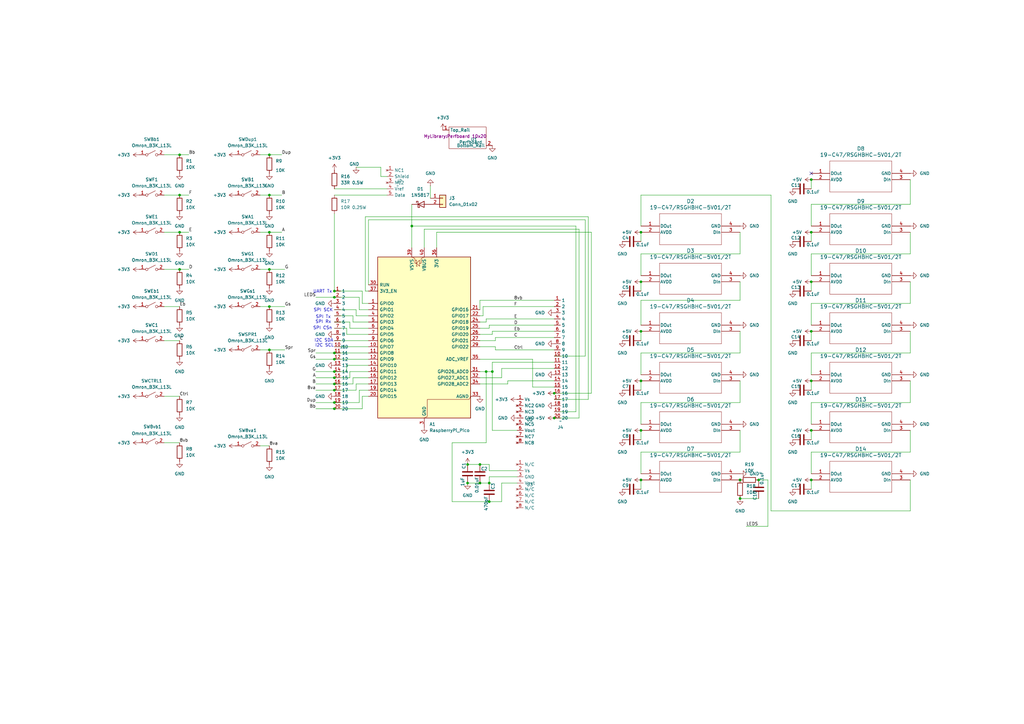
<source format=kicad_sch>
(kicad_sch (version 20250114) (generator "eeschema") (generator_version "9.0")
  (paper "A3")
  (text "I2C SCL" (at 133.096 141.732 0) (effects (font (size 1.27 1.27))))
  (text "SPI SCK\n" (at 132.588 127.254 0) (effects (font (size 1.27 1.27))))
  (text "SPI Rx" (at 132.588 132.08 0) (effects (font (size 1.27 1.27))))
  (text "UART Tx\n" (at 132.334 119.634 0) (effects (font (size 1.27 1.27))))
  (text "SPI Tx" (at 132.588 130.048 0) (effects (font (size 1.27 1.27))))
  (text "SPI CSn" (at 132.334 134.62 0) (effects (font (size 1.27 1.27))))
  (text "I2C SDA\n" (at 132.842 139.7 0) (effects (font (size 1.27 1.27))))
  (junction (at 110.49 80.01))
  (junction (at 168.91 92.71))
  (junction (at 201.93 152.4))
  (junction (at 262.89 156.21))
  (junction (at 137.16 144.78))
  (junction (at 191.77 190.5))
  (junction (at 137.16 160.02))
  (junction (at 137.16 119.38))
  (junction (at 262.89 135.89))
  (junction (at 227.33 171.45))
  (junction (at 196.85 190.5))
  (junction (at 262.89 95.25))
  (junction (at 137.16 167.64))
  (junction (at 137.16 152.4))
  (junction (at 332.74 115.57))
  (junction (at 196.85 198.12))
  (junction (at 311.15 196.85))
  (junction (at 262.89 176.53))
  (junction (at 137.16 165.1))
  (junction (at 199.39 152.4))
  (junction (at 200.66 198.12))
  (junction (at 110.49 95.25))
  (junction (at 332.74 95.25))
  (junction (at 303.53 204.47))
  (junction (at 137.16 154.94))
  (junction (at 332.74 156.21))
  (junction (at 73.66 110.49))
  (junction (at 262.89 115.57))
  (junction (at 262.89 196.85))
  (junction (at 73.66 95.25))
  (junction (at 137.16 121.92))
  (junction (at 110.49 63.5))
  (junction (at 332.74 73.66))
  (junction (at 110.49 143.51))
  (junction (at 110.49 110.49))
  (junction (at 332.74 196.85))
  (junction (at 191.77 198.12))
  (junction (at 303.53 196.85))
  (junction (at 227.33 161.29))
  (junction (at 137.16 157.48))
  (junction (at 137.16 147.32))
  (junction (at 332.74 176.53))
  (junction (at 73.66 80.01))
  (junction (at 110.49 125.73))
  (junction (at 332.74 135.89))
  (junction (at 73.66 63.5))
  (junction (at 200.66 205.74))
  (no_connect (at 332.74 71.12))
  (bus_entry (at -33.02 -17.78) (size 2.54 2.54))
  (wire (pts (xy 110.49 80.01) (xy 106.68 80.01)))
  (wire (pts (xy 332.74 173.99) (xy 332.74 165.1)))
  (wire (pts (xy 137.16 167.64) (xy 148.59 167.64)))
  (wire (pts (xy 142.24 134.62) (xy 137.16 134.62)))
  (wire (pts (xy 137.16 87.63) (xy 137.16 119.38)))
  (wire (pts (xy 196.85 134.62) (xy 200.66 134.62)))
  (wire (pts (xy 262.89 144.78) (xy 303.53 144.78)))
  (wire (pts (xy 106.68 143.51) (xy 110.49 143.51)))
  (wire (pts (xy 241.3 88.9) (xy 241.3 163.83)))
  (wire (pts (xy 156.21 68.58) (xy 156.21 72.39)))
  (wire (pts (xy 373.38 124.46) (xy 373.38 115.57)))
  (wire (pts (xy 373.38 209.55) (xy 373.38 196.85)))
  (wire (pts (xy 137.16 147.32) (xy 151.13 147.32)))
  (wire (pts (xy 106.68 110.49) (xy 110.49 110.49)))
  (wire (pts (xy 143.51 132.08) (xy 137.16 132.08)))
  (wire (pts (xy 151.13 154.94) (xy 144.78 154.94)))
  (wire (pts (xy 316.23 80.01) (xy 316.23 209.55)))
  (wire (pts (xy 199.39 181.61) (xy 185.42 181.61)))
  (wire (pts (xy 129.54 157.48) (xy 137.16 157.48)))
  (wire (pts (xy 242.57 161.29) (xy 227.33 161.29)))
  (wire (pts (xy 147.32 121.92) (xy 137.16 121.92)))
  (wire (pts (xy 137.16 144.78) (xy 151.13 144.78)))
  (wire (pts (xy 168.91 92.71) (xy 236.22 92.71)))
  (wire (pts (xy 146.05 129.54) (xy 146.05 127)))
  (wire (pts (xy 196.85 198.12) (xy 200.66 198.12)))
  (wire (pts (xy 110.49 110.49) (xy 116.84 110.49)))
  (wire (pts (xy 191.77 198.12) (xy 196.85 198.12)))
  (wire (pts (xy 151.13 134.62) (xy 143.51 134.62)))
  (wire (pts (xy 242.57 95.25) (xy 242.57 161.29)))
  (wire (pts (xy 129.54 154.94) (xy 137.16 154.94)))
  (wire (pts (xy 303.53 204.47) (xy 311.15 204.47)))
  (wire (pts (xy 303.53 185.42) (xy 303.53 176.53)))
  (wire (pts (xy 205.74 154.94) (xy 205.74 151.13)))
  (wire (pts (xy 73.66 110.49) (xy 77.47 110.49)))
  (wire (pts (xy 332.74 133.35) (xy 332.74 124.46)))
  (wire (pts (xy 332.74 144.78) (xy 373.38 144.78)))
  (wire (pts (xy 115.57 80.01) (xy 110.49 80.01)))
  (wire (pts (xy 129.54 144.78) (xy 137.16 144.78)))
  (wire (pts (xy 196.85 127) (xy 196.85 123.19)))
  (wire (pts (xy 137.16 154.94) (xy 143.51 154.94)))
  (wire (pts (xy 137.16 142.24) (xy 151.13 142.24)))
  (wire (pts (xy 196.85 147.32) (xy 218.44 147.32)))
  (wire (pts (xy 196.85 132.08) (xy 199.39 132.08)))
  (wire (pts (xy 129.54 121.92) (xy 137.16 121.92)))
  (wire (pts (xy 262.89 165.1) (xy 303.53 165.1)))
  (wire (pts (xy 168.91 101.6) (xy 168.91 92.71)))
  (wire (pts (xy 262.89 153.67) (xy 262.89 144.78)))
  (wire (pts (xy 151.13 119.38) (xy 149.86 119.38)))
  (wire (pts (xy 149.86 88.9) (xy 241.3 88.9)))
  (wire (pts (xy 146.05 127) (xy 137.16 127)))
  (wire (pts (xy 179.07 95.25) (xy 242.57 95.25)))
  (wire (pts (xy 262.89 173.99) (xy 262.89 165.1)))
  (wire (pts (xy 67.31 125.73) (xy 73.66 125.73)))
  (wire (pts (xy 196.85 139.7) (xy 203.2 139.7)))
  (wire (pts (xy 151.13 124.46) (xy 148.59 124.46)))
  (wire (pts (xy 144.78 154.94) (xy 144.78 157.48)))
  (wire (pts (xy 200.66 193.04) (xy 200.66 190.5)))
  (wire (pts (xy 208.28 157.48) (xy 208.28 156.21)))
  (wire (pts (xy 77.47 63.5) (xy 73.66 63.5)))
  (wire (pts (xy 144.78 132.08) (xy 144.78 129.54)))
  (wire (pts (xy 151.13 132.08) (xy 144.78 132.08)))
  (wire (pts (xy 208.28 156.21) (xy 227.33 156.21)))
  (wire (pts (xy 332.74 185.42) (xy 373.38 185.42)))
  (wire (pts (xy 237.49 171.45) (xy 227.33 171.45)))
  (wire (pts (xy 156.21 72.39) (xy 158.75 72.39)))
  (wire (pts (xy 106.68 95.25) (xy 110.49 95.25)))
  (wire (pts (xy 241.3 163.83) (xy 227.33 163.83)))
  (wire (pts (xy 199.39 132.08) (xy 199.39 130.81)))
  (wire (pts (xy 205.74 151.13) (xy 227.33 151.13)))
  (wire (pts (xy 67.31 63.5) (xy 73.66 63.5)))
  (wire (pts (xy 142.24 149.86) (xy 142.24 152.4)))
  (wire (pts (xy 240.03 146.05) (xy 227.33 146.05)))
  (wire (pts (xy 218.44 147.32) (xy 218.44 158.75)))
  (wire (pts (xy 311.15 196.85) (xy 314.96 196.85)))
  (wire (pts (xy 129.54 152.4) (xy 137.16 152.4)))
  (wire (pts (xy 173.99 93.98) (xy 237.49 93.98)))
  (wire (pts (xy 149.86 119.38) (xy 149.86 88.9)))
  (wire (pts (xy 332.74 99.06) (xy 332.74 95.25)))
  (wire (pts (xy 201.93 152.4) (xy 201.93 148.59)))
  (wire (pts (xy 106.68 182.88) (xy 110.49 182.88)))
  (wire (pts (xy 332.74 153.67) (xy 332.74 144.78)))
  (wire (pts (xy 129.54 147.32) (xy 137.16 147.32)))
  (wire (pts (xy 67.31 181.61) (xy 73.66 181.61)))
  (wire (pts (xy 200.66 134.62) (xy 200.66 133.35)))
  (wire (pts (xy 147.32 127) (xy 147.32 121.92)))
  (wire (pts (xy 201.93 176.53) (xy 201.93 152.4)))
  (wire (pts (xy 200.66 195.58) (xy 200.66 198.12)))
  (wire (pts (xy 196.85 123.19) (xy 227.33 123.19)))
  (wire (pts (xy 67.31 162.56) (xy 73.66 162.56)))
  (wire (pts (xy 237.49 93.98) (xy 237.49 171.45)))
  (wire (pts (xy 106.68 63.5) (xy 110.49 63.5)))
  (wire (pts (xy 196.85 152.4) (xy 199.39 152.4)))
  (wire (pts (xy 212.09 195.58) (xy 200.66 195.58)))
  (wire (pts (xy 200.66 190.5) (xy 196.85 190.5)))
  (wire (pts (xy 332.74 194.31) (xy 332.74 185.42)))
  (wire (pts (xy 137.16 165.1) (xy 129.54 165.1)))
  (wire (pts (xy 262.89 194.31) (xy 262.89 185.42)))
  (wire (pts (xy 137.16 77.47) (xy 158.75 77.47)))
  (wire (pts (xy 129.54 167.64) (xy 137.16 167.64)))
  (wire (pts (xy 196.85 129.54) (xy 198.12 129.54)))
  (wire (pts (xy 115.57 63.5) (xy 110.49 63.5)))
  (wire (pts (xy 151.13 137.16) (xy 142.24 137.16)))
  (wire (pts (xy 236.22 92.71) (xy 236.22 168.91)))
  (wire (pts (xy 73.66 80.01) (xy 77.47 80.01)))
  (wire (pts (xy 262.89 139.7) (xy 262.89 135.89)))
  (wire (pts (xy 176.53 76.2) (xy 176.53 81.28)))
  (wire (pts (xy 198.12 129.54) (xy 198.12 125.73)))
  (wire (pts (xy 179.07 101.6) (xy 179.07 95.25)))
  (wire (pts (xy 262.89 104.14) (xy 303.53 104.14)))
  (wire (pts (xy 199.39 130.81) (xy 227.33 130.81)))
  (wire (pts (xy 196.85 157.48) (xy 208.28 157.48)))
  (wire (pts (xy 262.89 80.01) (xy 316.23 80.01)))
  (wire (pts (xy 203.2 142.24) (xy 203.2 143.51)))
  (wire (pts (xy 201.93 137.16) (xy 201.93 135.89)))
  (wire (pts (xy 306.07 215.9) (xy 314.96 215.9)))
  (wire (pts (xy 142.24 152.4) (xy 137.16 152.4)))
  (wire (pts (xy 196.85 142.24) (xy 203.2 142.24)))
  (wire (pts (xy 151.13 157.48) (xy 146.05 157.48)))
  (wire (pts (xy 203.2 138.43) (xy 227.33 138.43)))
  (wire (pts (xy 314.96 196.85) (xy 314.96 215.9)))
  (wire (pts (xy 110.49 95.25) (xy 115.57 95.25)))
  (wire (pts (xy 262.89 119.38) (xy 262.89 115.57)))
  (wire (pts (xy 151.13 149.86) (xy 142.24 149.86)))
  (wire (pts (xy 236.22 168.91) (xy 227.33 168.91)))
  (wire (pts (xy 142.24 137.16) (xy 142.24 134.62)))
  (wire (pts (xy 373.38 165.1) (xy 373.38 156.21)))
  (wire (pts (xy 77.47 95.25) (xy 73.66 95.25)))
  (wire (pts (xy 110.49 125.73) (xy 116.84 125.73)))
  (wire (pts (xy 151.13 127) (xy 147.32 127)))
  (wire (pts (xy 146.05 157.48) (xy 146.05 160.02)))
  (wire (pts (xy 173.99 101.6) (xy 173.99 93.98)))
  (wire (pts (xy 332.74 77.47) (xy 332.74 73.66)))
  (wire (pts (xy 332.74 139.7) (xy 332.74 135.89)))
  (wire (pts (xy 262.89 133.35) (xy 262.89 123.19)))
  (wire (pts (xy 332.74 83.82) (xy 373.38 83.82)))
  (wire (pts (xy 144.78 129.54) (xy 137.16 129.54)))
  (wire (pts (xy 196.85 137.16) (xy 201.93 137.16)))
  (wire (pts (xy 151.13 162.56) (xy 148.59 162.56)))
  (wire (pts (xy 143.51 134.62) (xy 143.51 132.08)))
  (wire (pts (xy 151.13 160.02) (xy 147.32 160.02)))
  (wire (pts (xy 198.12 125.73) (xy 227.33 125.73)))
  (wire (pts (xy 262.89 180.34) (xy 262.89 176.53)))
  (wire (pts (xy 148.59 162.56) (xy 148.59 167.64)))
  (wire (pts (xy 106.68 125.73) (xy 110.49 125.73)))
  (wire (pts (xy 200.66 193.04) (xy 212.09 193.04)))
  (wire (pts (xy 240.03 90.17) (xy 240.03 146.05)))
  (wire (pts (xy 146.05 68.58) (xy 156.21 68.58)))
  (wire (pts (xy 212.09 176.53) (xy 201.93 176.53)))
  (wire (pts (xy 191.77 190.5) (xy 196.85 190.5)))
  (wire (pts (xy 147.32 165.1) (xy 137.16 165.1)))
  (wire (pts (xy 303.53 144.78) (xy 303.53 135.89)))
  (wire (pts (xy 110.49 143.51) (xy 116.84 143.51)))
  (wire (pts (xy 148.59 124.46) (xy 148.59 119.38)))
  (wire (pts (xy 67.31 80.01) (xy 73.66 80.01)))
  (wire (pts (xy 151.13 90.17) (xy 240.03 90.17)))
  (wire (pts (xy 137.16 157.48) (xy 144.78 157.48)))
  (wire (pts (xy 218.44 158.75) (xy 227.33 158.75)))
  (wire (pts (xy 137.16 139.7) (xy 151.13 139.7)))
  (wire (pts (xy 262.89 99.06) (xy 262.89 95.25)))
  (wire (pts (xy 262.89 185.42) (xy 303.53 185.42)))
  (wire (pts (xy 199.39 152.4) (xy 199.39 181.61)))
  (wire (pts (xy 212.09 198.12) (xy 205.74 198.12)))
  (wire (pts (xy 303.53 165.1) (xy 303.53 156.21)))
  (wire (pts (xy 185.42 205.74) (xy 200.66 205.74)))
  (wire (pts (xy 137.16 80.01) (xy 158.75 80.01)))
  (wire (pts (xy 151.13 129.54) (xy 146.05 129.54)))
  (wire (pts (xy 332.74 113.03) (xy 332.74 104.14)))
  (wire (pts (xy 316.23 209.55) (xy 373.38 209.55)))
  (wire (pts (xy 147.32 160.02) (xy 147.32 165.1)))
  (wire (pts (xy 332.74 119.38) (xy 332.74 115.57)))
  (wire (pts (xy 67.31 110.49) (xy 73.66 110.49)))
  (wire (pts (xy 151.13 116.84) (xy 151.13 90.17)))
  (wire (pts (xy 201.93 148.59) (xy 227.33 148.59)))
  (wire (pts (xy 200.66 133.35) (xy 227.33 133.35)))
  (wire (pts (xy 196.85 154.94) (xy 205.74 154.94)))
  (wire (pts (xy 143.51 152.4) (xy 143.51 154.94)))
  (wire (pts (xy 67.31 95.25) (xy 73.66 95.25)))
  (wire (pts (xy 151.13 152.4) (xy 143.51 152.4)))
  (wire (pts (xy 203.2 143.51) (xy 227.33 143.51)))
  (wire (pts (xy 373.38 185.42) (xy 373.38 176.53)))
  (wire (pts (xy 168.91 83.82) (xy 168.91 92.71)))
  (wire (pts (xy 262.89 160.02) (xy 262.89 156.21)))
  (wire (pts (xy 332.74 165.1) (xy 373.38 165.1)))
  (wire (pts (xy 205.74 198.12) (xy 205.74 205.74)))
  (wire (pts (xy 262.89 200.66) (xy 262.89 196.85)))
  (wire (pts (xy 148.59 119.38) (xy 137.16 119.38)))
  (wire (pts (xy 332.74 124.46) (xy 373.38 124.46)))
  (wire (pts (xy 303.53 123.19) (xy 303.53 115.57)))
  (wire (pts (xy 373.38 83.82) (xy 373.38 73.66)))
  (wire (pts (xy 203.2 139.7) (xy 203.2 138.43)))
  (wire (pts (xy 332.74 104.14) (xy 373.38 104.14)))
  (wire (pts (xy 262.89 123.19) (xy 303.53 123.19)))
  (wire (pts (xy 201.93 135.89) (xy 227.33 135.89)))
  (wire (pts (xy 373.38 144.78) (xy 373.38 135.89)))
  (wire (pts (xy 332.74 160.02) (xy 332.74 156.21)))
  (wire (pts (xy 332.74 180.34) (xy 332.74 176.53)))
  (wire (pts (xy 185.42 181.61) (xy 185.42 205.74)))
  (wire (pts (xy 205.74 205.74) (xy 200.66 205.74)))
  (wire (pts (xy 199.39 152.4) (xy 201.93 152.4)))
  (wire (pts (xy 332.74 200.66) (xy 332.74 196.85)))
  (wire (pts (xy 137.16 160.02) (xy 146.05 160.02)))
  (wire (pts (xy 332.74 92.71) (xy 332.74 83.82)))
  (wire (pts (xy 262.89 113.03) (xy 262.89 104.14)))
  (wire (pts (xy 67.31 139.7) (xy 73.66 139.7)))
  (wire (pts (xy 129.54 160.02) (xy 137.16 160.02)))
  (wire (pts (xy 262.89 92.71) (xy 262.89 80.01)))
  (wire (pts (xy 373.38 104.14) (xy 373.38 95.25)))
  (wire (pts (xy 303.53 104.14) (xy 303.53 95.25)))
  (label "D" (at 210.82 133.35 0))
  (label "A" (at 115.57 95.25 0))
  (label "8va" (at 129.54 160.02 180))
  (label "LEDS" (at 306.07 215.9 0))
  (label "F" (at 77.47 80.01 0))
  (label "8va" (at 110.49 182.88 0))
  (label "8vb" (at 210.82 123.19 0))
  (label "Dup" (at 115.57 63.5 0))
  (label "A" (at 129.54 154.94 180))
  (label "G" (at 116.84 110.49 0))
  (label "Bb" (at 129.54 167.64 180))
  (label "Ctrl" (at 210.82 143.51 0))
  (label "Eb" (at 210.82 135.89 0))
  (label "8vb" (at 73.66 181.61 0))
  (label "LEDS" (at 129.54 121.92 180))
  (label "Gs" (at 116.84 125.73 0))
  (label "C" (at 73.66 139.7 0))
  (label "E" (at 210.82 130.81 0))
  (label "F" (at 210.82 125.73 0))
  (label "E" (at 77.47 95.25 0))
  (label "B" (at 129.54 157.48 180))
  (label "Bb" (at 77.47 63.5 0))
  (label "Spr" (at 129.54 144.78 180))
  (label "C" (at 210.82 138.43 0))
  (label "Ctrl" (at 73.66 162.56 0))
  (label "Gs" (at 129.54 147.32 180))
  (label "D" (at 77.47 110.49 0))
  (label "Dup" (at 129.54 165.1 180))
  (label "G" (at 129.54 152.4 180))
  (label "Eb" (at 73.66 125.73 0))
  (label "B" (at 115.57 80.01 0))
  (label "Spr" (at 116.84 143.51 0))
  (symbol (lib_id "PicoSax:GND") (at 255.27 139.7 0) (unit 1)
    (property "Reference" "#PWR052" (effects (hide yes)))
    (property "Value" "GND" (at 255.27 144.78 0))
    (property "Description" "Power symbol creates a global label with name \"GND\" , ground" (effects (hide yes)))
  )
  (symbol (lib_id "PicoSax:C") (at 328.93 180.34 270) (unit 1)
    (property "Reference" "C16" (at 326.39 178.816 90))
    (property "Value" "0.1uF" (at 333.502 181.61 90))
    (property "Footprint" "Capacitor_SMD:C_0805_2012Metric_Pad1.18x1.45mm_HandSolder" (effects (hide yes)))
    (property "Description" "Unpolarized capacitor" (effects (hide yes)))
  )
  (symbol (lib_id "PicoSax:19-C47_RSGHBHC-5V01_2T") (at 262.89 153.67 0) (unit 1)
    (property "Reference" "D5" (at 283.21 143.51 0) (effects (font (size 1.524 1.524))))
    (property "Value" "19-C47/RSGHBHC-5V01/2T" (at 283.21 146.05 0) (effects (font (size 1.524 1.524))))
    (property "Footprint" "PicoSax:19-C47_RSGHBHC-5V01-2T" (effects (hide yes)))
    (property "Datasheet" "19-C47/RSGHBHC-5V01/2T" (effects (hide yes)))
  )
  (symbol (lib_id "PicoSax:GND") (at 255.27 200.66 0) (unit 1)
    (property "Reference" "#PWR055" (effects (hide yes)))
    (property "Value" "GND" (at 255.27 205.74 0))
    (property "Description" "Power symbol creates a global label with name \"GND\" , ground" (effects (hide yes)))
  )
  (symbol (lib_id "PicoSax:GND") (at 201.93 59.69 0) (unit 1)
    (property "Reference" "#PWR091" (effects (hide yes)))
    (property "Value" "GND" (at 201.93 64.77 0))
    (property "Description" "Power symbol creates a global label with name \"GND\" , ground" (effects (hide yes)))
  )
  (symbol (lib_id "PicoSax:GND") (at 373.38 92.71 90) (unit 1)
    (property "Reference" "#PWR084" (effects (hide yes)))
    (property "Value" "GND" (at 377.19 92.7099 90) (effects (justify right)))
    (property "Description" "Power symbol creates a global label with name \"GND\" , ground" (effects (hide yes)))
  )
  (symbol (lib_id "PicoSax:GND") (at 303.53 204.47 0) (unit 1)
    (property "Reference" "#PWR068" (effects (hide yes)))
    (property "Value" "GND" (at 303.53 209.55 0))
    (property "Description" "Power symbol creates a global label with name \"GND\" , ground" (effects (hide yes)))
  )
  (symbol (lib_id "PicoSax:R") (at 110.49 129.54 0) (unit 1)
    (property "Reference" "R13" (at 113.03 128.2699 0) (effects (justify left)))
    (property "Value" "10K" (at 113.03 130.8099 0) (effects (justify left)))
    (property "Footprint" "Resistor_SMD:R_0805_2012Metric_Pad1.20x1.40mm_HandSolder" (effects (hide yes)))
    (property "Description" "Resistor" (effects (hide yes)))
  )
  (symbol (lib_id "PicoSax:C") (at 328.93 77.47 270) (unit 1)
    (property "Reference" "C11" (at 326.39 75.946 90))
    (property "Value" "0.1uF" (at 333.502 78.74 90))
    (property "Footprint" "Capacitor_SMD:C_0805_2012Metric_Pad1.18x1.45mm_HandSolder" (effects (hide yes)))
    (property "Description" "Unpolarized capacitor" (effects (hide yes)))
  )
  (symbol (lib_id "PicoSax:1N5817") (at 172.72 83.82 0) (unit 1)
    (property "Reference" "D1" (at 172.4025 77.47 0))
    (property "Value" "1N5817" (at 172.4025 80.01 0))
    (property "Footprint" "Diode_THT:D_DO-41_SOD81_P10.16mm_Horizontal" (effects (hide yes)))
    (property "Datasheet" "http://www.vishay.com/docs/88525/1n5817.pdf" (effects (hide yes)))
    (property "Description" "20V 1A Schottky Barrier Rectifier Diode, DO-41" (effects (hide yes)))
  )
  (symbol (lib_id "PicoSax:GND") (at 255.27 119.38 0) (unit 1)
    (property "Reference" "#PWR051" (effects (hide yes)))
    (property "Value" "GND" (at 255.27 124.46 0))
    (property "Description" "Power symbol creates a global label with name \"GND\" , ground" (effects (hide yes)))
  )
  (symbol (lib_id "PicoSax:GND") (at 73.66 71.12 0) (unit 1)
    (property "Reference" "#PWR09" (effects (hide yes)))
    (property "Value" "GND" (at 73.66 76.2 0))
    (property "Description" "Power symbol creates a global label with name \"GND\" , ground" (effects (hide yes)))
  )
  (symbol (lib_id "PicoSax:PicoHeader") (at 137.16 119.38 0) (unit 1)
    (property "Reference" "J1" (at 139.446 142.24 0) (effects (justify left)))
    (property "Value" "~" (at 140.97 144.78 0) (effects (justify left)))
    (property "Footprint" "MyLibrary:PiPico Header" (effects (hide yes)))
  )
  (symbol (lib_id "PicoSax:+5V") (at 227.33 171.45 90) (unit 1)
    (property "Reference" "#PWR049" (effects (hide yes)))
    (property "Value" "+5V" (at 223.52 171.4499 90) (effects (justify left)))
    (property "Description" "Power symbol creates a global label with name \"+5V\"" (effects (hide yes)))
  )
  (symbol (lib_id "PicoSax:+3V3") (at 181.61 53.34 0) (unit 1)
    (property "Reference" "#PWR090" (effects (hide yes)))
    (property "Value" "+3V3" (at 181.61 48.26 0))
    (property "Description" "Power symbol creates a global label with name \"+3V3\"" (effects (hide yes)))
  )
  (symbol (lib_id "PicoSax:GND") (at 227.33 140.97 270) (unit 1)
    (property "Reference" "#PWR045" (effects (hide yes)))
    (property "Value" "GND" (at 223.52 140.9699 90) (effects (justify right)))
    (property "Description" "Power symbol creates a global label with name \"GND\" , ground" (effects (hide yes)))
  )
  (symbol (lib_id "PicoSax:GND") (at 373.38 173.99 90) (unit 1)
    (property "Reference" "#PWR088" (effects (hide yes)))
    (property "Value" "GND" (at 377.19 173.9899 90) (effects (justify right)))
    (property "Description" "Power symbol creates a global label with name \"GND\" , ground" (effects (hide yes)))
  )
  (symbol (lib_id "PicoSax:C") (at 328.93 99.06 270) (unit 1)
    (property "Reference" "C12" (at 326.39 97.536 90))
    (property "Value" "0.1uF" (at 333.502 100.33 90))
    (property "Footprint" "Capacitor_SMD:C_0805_2012Metric_Pad1.18x1.45mm_HandSolder" (effects (hide yes)))
    (property "Description" "Unpolarized capacitor" (effects (hide yes)))
  )
  (symbol (lib_id "PicoSax:+3V3") (at 96.52 95.25 90) (unit 1)
    (property "Reference" "#PWR019" (effects (hide yes)))
    (property "Value" "+3V3" (at 92.71 95.2499 90) (effects (justify left)))
    (property "Description" "Power symbol creates a global label with name \"+3V3\"" (effects (hide yes)))
  )
  (symbol (lib_id "PicoSax:R") (at 73.66 166.37 0) (unit 1)
    (property "Reference" "R7" (at 76.2 165.0999 0) (effects (justify left)))
    (property "Value" "10K" (at 76.2 167.6399 0) (effects (justify left)))
    (property "Footprint" "Resistor_SMD:R_0805_2012Metric_Pad1.20x1.40mm_HandSolder" (effects (hide yes)))
    (property "Description" "Resistor" (effects (hide yes)))
  )
  (symbol (lib_id "PicoSax:+5V") (at 262.89 196.85 90) (unit 1)
    (property "Reference" "#PWR061" (effects (hide yes)))
    (property "Value" "+5V" (at 259.08 196.8499 90) (effects (justify left)))
    (property "Description" "Power symbol creates a global label with name \"+5V\"" (effects (hide yes)))
  )
  (symbol (lib_id "PicoSax:19-C47_RSGHBHC-5V01_2T") (at 332.74 194.31 0) (unit 1)
    (property "Reference" "D14" (at 353.06 184.15 0) (effects (font (size 1.524 1.524))))
    (property "Value" "19-C47/RSGHBHC-5V01/2T" (at 353.06 186.69 0) (effects (font (size 1.524 1.524))))
    (property "Footprint" "PicoSax:19-C47_RSGHBHC-5V01-2T" (effects (hide yes)))
    (property "Datasheet" "19-C47/RSGHBHC-5V01/2T" (effects (hide yes)))
  )
  (symbol (lib_id "PicoSax:Omron_B3K_L13L") (at 101.6 80.01 0) (unit 1)
    (property "Reference" "SWB1" (at 101.6 73.66 0))
    (property "Value" "Omron_B3K_L13L" (at 101.6 76.2 0))
    (property "Footprint" "MyLibrary:Omron B3K L13L" (effects (hide yes)))
    (property "Description" "Single Pole Single Throw (SPST) switch" (effects (hide yes)))
  )
  (symbol (lib_id "PicoSax:+3V3") (at 57.15 110.49 90) (unit 1)
    (property "Reference" "#PWR04" (effects (hide yes)))
    (property "Value" "+3V3" (at 53.34 110.4899 90) (effects (justify left)))
    (property "Description" "Power symbol creates a global label with name \"+3V3\"" (effects (hide yes)))
  )
  (symbol (lib_id "PicoSax:+3V3") (at 57.15 139.7 90) (unit 1)
    (property "Reference" "#PWR06" (effects (hide yes)))
    (property "Value" "+3V3" (at 53.34 139.6999 90) (effects (justify left)))
    (property "Description" "Power symbol creates a global label with name \"+3V3\"" (effects (hide yes)))
  )
  (symbol (lib_id "PicoSax:19-C47_RSGHBHC-5V01_2T") (at 332.74 113.03 0) (unit 1)
    (property "Reference" "D10" (at 353.06 102.87 0) (effects (font (size 1.524 1.524))))
    (property "Value" "19-C47/RSGHBHC-5V01/2T" (at 353.06 105.41 0) (effects (font (size 1.524 1.524))))
    (property "Footprint" "PicoSax:19-C47_RSGHBHC-5V01-2T" (effects (hide yes)))
    (property "Datasheet" "19-C47/RSGHBHC-5V01/2T" (effects (hide yes)))
  )
  (symbol (lib_id "PicoSax:R") (at 73.66 67.31 0) (unit 1)
    (property "Reference" "R1" (at 76.2 66.0399 0) (effects (justify left)))
    (property "Value" "10K" (at 76.2 68.5799 0) (effects (justify left)))
    (property "Footprint" "Resistor_SMD:R_0805_2012Metric_Pad1.20x1.40mm_HandSolder" (effects (hide yes)))
    (property "Description" "Resistor" (effects (hide yes)))
  )
  (symbol (lib_id "PicoSax:GND") (at 212.09 171.45 270) (unit 1)
    (property "Reference" "#PWR043" (effects (hide yes)))
    (property "Value" "GND" (at 208.28 171.4499 90) (effects (justify right)))
    (property "Description" "Power symbol creates a global label with name \"GND\" , ground" (effects (hide yes)))
  )
  (symbol (lib_id "PicoSax:C") (at 328.93 139.7 270) (unit 1)
    (property "Reference" "C14" (at 326.39 138.176 90))
    (property "Value" "0.1uF" (at 333.502 140.97 90))
    (property "Footprint" "Capacitor_SMD:C_0805_2012Metric_Pad1.18x1.45mm_HandSolder" (effects (hide yes)))
    (property "Description" "Unpolarized capacitor" (effects (hide yes)))
  )
  (symbol (lib_id "PicoSax:+5V") (at 262.89 95.25 90) (unit 1)
    (property "Reference" "#PWR056" (effects (hide yes)))
    (property "Value" "+5V" (at 259.08 95.2499 90) (effects (justify left)))
    (property "Description" "Power symbol creates a global label with name \"+5V\"" (effects (hide yes)))
  )
  (symbol (lib_id "PicoSax:GND") (at 373.38 71.12 90) (unit 1)
    (property "Reference" "#PWR083" (effects (hide yes)))
    (property "Value" "GND" (at 377.19 71.1199 90) (effects (justify right)))
    (property "Description" "Power symbol creates a global label with name \"GND\" , ground" (effects (hide yes)))
  )
  (symbol (lib_id "PicoSax:MIDI_DIN5") (at 158.75 67.31 0) (unit 1)
    (property "Reference" "J2" (at 162.56 74.2949 0) (effects (justify left)))
    (property "Value" "~" (at 162.56 76.2 0) (effects (justify left)))
    (property "Footprint" "PicoSax:MIDI_DIN5" (effects (hide yes)))
  )
  (symbol (lib_id "PicoSax:GND") (at 73.66 170.18 0) (unit 1)
    (property "Reference" "#PWR015" (effects (hide yes)))
    (property "Value" "GND" (at 73.66 175.26 0))
    (property "Description" "Power symbol creates a global label with name \"GND\" , ground" (effects (hide yes)))
  )
  (symbol (lib_id "PicoSax:R") (at 73.66 83.82 0) (unit 1)
    (property "Reference" "R2" (at 76.2 82.5499 0) (effects (justify left)))
    (property "Value" "10K" (at 76.2 85.0899 0) (effects (justify left)))
    (property "Footprint" "Resistor_SMD:R_0805_2012Metric_Pad1.20x1.40mm_HandSolder" (effects (hide yes)))
    (property "Description" "Resistor" (effects (hide yes)))
  )
  (symbol (lib_id "PicoSax:GND") (at 137.16 162.56 270) (unit 1)
    (property "Reference" "#PWR035" (effects (hide yes)))
    (property "Value" "GND" (at 133.35 162.5599 90) (effects (justify right)))
    (property "Description" "Power symbol creates a global label with name \"GND\" , ground" (effects (hide yes)))
  )
  (symbol (lib_id "PicoSax:GND") (at 325.12 119.38 0) (unit 1)
    (property "Reference" "#PWR071" (effects (hide yes)))
    (property "Value" "GND" (at 325.12 124.46 0))
    (property "Description" "Power symbol creates a global label with name \"GND\" , ground" (effects (hide yes)))
  )
  (symbol (lib_id "PicoSax:C") (at 259.08 119.38 270) (unit 1)
    (property "Reference" "C5" (at 256.54 117.856 90))
    (property "Value" "0.1uF" (at 263.652 120.65 90))
    (property "Footprint" "Capacitor_SMD:C_0805_2012Metric_Pad1.18x1.45mm_HandSolder" (effects (hide yes)))
    (property "Description" "Unpolarized capacitor" (effects (hide yes)))
  )
  (symbol (lib_id "PicoSax:GND") (at 325.12 160.02 0) (unit 1)
    (property "Reference" "#PWR073" (effects (hide yes)))
    (property "Value" "GND" (at 325.12 165.1 0))
    (property "Description" "Power symbol creates a global label with name \"GND\" , ground" (effects (hide yes)))
  )
  (symbol (lib_id "PicoSax:GND") (at 110.49 102.87 0) (unit 1)
    (property "Reference" "#PWR026" (effects (hide yes)))
    (property "Value" "GND" (at 110.49 107.95 0))
    (property "Description" "Power symbol creates a global label with name \"GND\" , ground" (effects (hide yes)))
  )
  (symbol (lib_id "PicoSax:+3V3") (at 96.52 182.88 90) (unit 1)
    (property "Reference" "#PWR023" (effects (hide yes)))
    (property "Value" "+3V3" (at 92.71 182.8799 90) (effects (justify left)))
    (property "Description" "Power symbol creates a global label with name \"+3V3\"" (effects (hide yes)))
  )
  (symbol (lib_id "PicoSax:GND") (at 137.16 124.46 270) (unit 1)
    (property "Reference" "#PWR032" (effects (hide yes)))
    (property "Value" "GND" (at 133.35 124.4599 90) (effects (justify right)))
    (property "Description" "Power symbol creates a global label with name \"GND\" , ground" (effects (hide yes)))
  )
  (symbol (lib_id "PicoSax:+3V3") (at 227.33 161.29 90) (unit 1)
    (property "Reference" "#PWR047" (effects (hide yes)))
    (property "Value" "+3V3" (at 223.52 161.2899 90) (effects (justify left)))
    (property "Description" "Power symbol creates a global label with name \"+3V3\"" (effects (hide yes)))
  )
  (symbol (lib_id "PicoSax:R") (at 137.16 73.66 0) (unit 1)
    (property "Reference" "R16" (at 139.7 72.3899 0) (effects (justify left)))
    (property "Value" "33R 0.5W" (at 139.7 74.9299 0) (effects (justify left)))
    (property "Footprint" "Resistor_SMD:R_1210_3225Metric_Pad1.30x2.65mm_HandSolder" (effects (hide yes)))
    (property "Description" "Resistor" (effects (hide yes)))
  )
  (symbol (lib_id "PicoSax:R") (at 73.66 185.42 0) (unit 1)
    (property "Reference" "R8" (at 76.2 184.1499 0) (effects (justify left)))
    (property "Value" "10K" (at 76.2 186.6899 0) (effects (justify left)))
    (property "Footprint" "Resistor_SMD:R_0805_2012Metric_Pad1.20x1.40mm_HandSolder" (effects (hide yes)))
    (property "Description" "Resistor" (effects (hide yes)))
  )
  (symbol (lib_id "PicoSax:GND") (at 227.33 128.27 270) (unit 1)
    (property "Reference" "#PWR044" (effects (hide yes)))
    (property "Value" "GND" (at 223.52 128.2699 90) (effects (justify right)))
    (property "Description" "Power symbol creates a global label with name \"GND\" , ground" (effects (hide yes)))
  )
  (symbol (lib_id "PicoSax:GND") (at 255.27 99.06 0) (unit 1)
    (property "Reference" "#PWR050" (effects (hide yes)))
    (property "Value" "GND" (at 255.27 104.14 0))
    (property "Description" "Power symbol creates a global label with name \"GND\" , ground" (effects (hide yes)))
  )
  (symbol (lib_id "PicoSax:Conn_01x02") (at 181.61 81.28 0) (unit 1)
    (property "Reference" "J3" (at 184.15 81.2799 0) (effects (justify left)))
    (property "Value" "Conn_01x02" (at 184.15 83.8199 0) (effects (justify left)))
    (property "Footprint" "Connector_PinHeader_2.54mm:PinHeader_1x02_P2.54mm_Vertical" (effects (hide yes)))
    (property "Description" "Generic connector, single row, 01x02, script generated (kicad-library-utils/schlib/autogen/connector/)" (effects (hide yes)))
  )
  (symbol (lib_id "PicoSax:R") (at 110.49 114.3 0) (unit 1)
    (property "Reference" "R12" (at 113.03 113.0299 0) (effects (justify left)))
    (property "Value" "10K" (at 113.03 115.5699 0) (effects (justify left)))
    (property "Footprint" "Resistor_SMD:R_0805_2012Metric_Pad1.20x1.40mm_HandSolder" (effects (hide yes)))
    (property "Description" "Resistor" (effects (hide yes)))
  )
  (symbol (lib_id "PicoSax:GND") (at 191.77 198.12 0) (unit 1)
    (property "Reference" "#PWR040" (effects (hide yes)))
    (property "Value" "GND" (at 191.77 203.2 0))
    (property "Description" "Power symbol creates a global label with name \"GND\" , ground" (effects (hide yes)))
  )
  (symbol (lib_id "PicoSax:GND") (at 137.16 137.16 270) (unit 1)
    (property "Reference" "#PWR033" (effects (hide yes)))
    (property "Value" "GND" (at 133.35 137.1599 90) (effects (justify right)))
    (property "Description" "Power symbol creates a global label with name \"GND\" , ground" (effects (hide yes)))
  )
  (symbol (lib_id "PicoSax:+5V") (at 262.89 115.57 90) (unit 1)
    (property "Reference" "#PWR057" (effects (hide yes)))
    (property "Value" "+5V" (at 259.08 115.5699 90) (effects (justify left)))
    (property "Description" "Power symbol creates a global label with name \"+5V\"" (effects (hide yes)))
  )
  (symbol (lib_id "PicoSax:R") (at 73.66 114.3 0) (unit 1)
    (property "Reference" "R4" (at 76.2 113.0299 0) (effects (justify left)))
    (property "Value" "10K" (at 76.2 115.5699 0) (effects (justify left)))
    (property "Footprint" "Resistor_SMD:R_0805_2012Metric_Pad1.20x1.40mm_HandSolder" (effects (hide yes)))
    (property "Description" "Resistor" (effects (hide yes)))
  )
  (symbol (lib_id "PicoSax:R") (at 73.66 143.51 0) (unit 1)
    (property "Reference" "R6" (at 76.2 142.2399 0) (effects (justify left)))
    (property "Value" "10K" (at 76.2 144.7799 0) (effects (justify left)))
    (property "Footprint" "Resistor_SMD:R_0805_2012Metric_Pad1.20x1.40mm_HandSolder" (effects (hide yes)))
    (property "Description" "Resistor" (effects (hide yes)))
  )
  (symbol (lib_id "PicoSax:Omron_B3K_L13L") (at 62.23 125.73 0) (unit 1)
    (property "Reference" "SWEb1" (at 62.23 119.38 0))
    (property "Value" "Omron_B3K_L13L" (at 62.23 121.92 0))
    (property "Footprint" "MyLibrary:Omron B3K L13L" (effects (hide yes)))
    (property "Description" "Single Pole Single Throw (SPST) switch" (effects (hide yes)))
  )
  (symbol (lib_id "PicoSax:GND") (at 227.33 153.67 270) (unit 1)
    (property "Reference" "#PWR046" (effects (hide yes)))
    (property "Value" "GND" (at 223.52 153.6699 90) (effects (justify right)))
    (property "Description" "Power symbol creates a global label with name \"GND\" , ground" (effects (hide yes)))
  )
  (symbol (lib_id "PicoSax:C") (at 259.08 139.7 270) (unit 1)
    (property "Reference" "C6" (at 256.54 138.176 90))
    (property "Value" "0.1uF" (at 263.652 140.97 90))
    (property "Footprint" "Capacitor_SMD:C_0805_2012Metric_Pad1.18x1.45mm_HandSolder" (effects (hide yes)))
    (property "Description" "Unpolarized capacitor" (effects (hide yes)))
  )
  (symbol (lib_id "PicoSax:Omron_B3K_L13L") (at 62.23 162.56 0) (unit 1)
    (property "Reference" "SWCTRL1" (at 62.23 156.21 0))
    (property "Value" "Omron_B3K_L13L" (at 62.23 158.75 0))
    (property "Footprint" "MyLibrary:Omron B3K L13L" (effects (hide yes)))
    (property "Description" "Single Pole Single Throw (SPST) switch" (effects (hide yes)))
  )
  (symbol (lib_id "PicoSax:+3V3") (at 57.15 162.56 90) (unit 1)
    (property "Reference" "#PWR07" (effects (hide yes)))
    (property "Value" "+3V3" (at 53.34 162.5599 90) (effects (justify left)))
    (property "Description" "Power symbol creates a global label with name \"+3V3\"" (effects (hide yes)))
  )
  (symbol (lib_id "PicoSax:+5V") (at 332.74 115.57 90) (unit 1)
    (property "Reference" "#PWR078" (effects (hide yes)))
    (property "Value" "+5V" (at 328.93 115.5699 90) (effects (justify left)))
    (property "Description" "Power symbol creates a global label with name \"+5V\"" (effects (hide yes)))
  )
  (symbol (lib_id "PicoSax:+5V") (at 262.89 176.53 90) (unit 1)
    (property "Reference" "#PWR060" (effects (hide yes)))
    (property "Value" "+5V" (at 259.08 176.5299 90) (effects (justify left)))
    (property "Description" "Power symbol creates a global label with name \"+5V\"" (effects (hide yes)))
  )
  (symbol (lib_id "PicoSax:19-C47_RSGHBHC-5V01_2T") (at 262.89 194.31 0) (unit 1)
    (property "Reference" "D7" (at 283.21 184.15 0) (effects (font (size 1.524 1.524))))
    (property "Value" "19-C47/RSGHBHC-5V01/2T" (at 283.21 186.69 0) (effects (font (size 1.524 1.524))))
    (property "Footprint" "PicoSax:19-C47_RSGHBHC-5V01-2T" (effects (hide yes)))
    (property "Datasheet" "19-C47/RSGHBHC-5V01/2T" (effects (hide yes)))
  )
  (symbol (lib_id "PicoSax:GND") (at 303.53 133.35 90) (unit 1)
    (property "Reference" "#PWR064" (effects (hide yes)))
    (property "Value" "GND" (at 307.34 133.3499 90) (effects (justify right)))
    (property "Description" "Power symbol creates a global label with name \"GND\" , ground" (effects (hide yes)))
  )
  (symbol (lib_id "PicoSax:19-C47_RSGHBHC-5V01_2T") (at 262.89 173.99 0) (unit 1)
    (property "Reference" "D6" (at 283.21 163.83 0) (effects (font (size 1.524 1.524))))
    (property "Value" "19-C47/RSGHBHC-5V01/2T" (at 283.21 166.37 0) (effects (font (size 1.524 1.524))))
    (property "Footprint" "PicoSax:19-C47_RSGHBHC-5V01-2T" (effects (hide yes)))
    (property "Datasheet" "19-C47/RSGHBHC-5V01/2T" (effects (hide yes)))
  )
  (symbol (lib_id "PicoSax:Omron_B3K_L13L") (at 62.23 80.01 0) (unit 1)
    (property "Reference" "SWF1" (at 62.23 73.66 0))
    (property "Value" "Omron_B3K_L13L" (at 62.23 76.2 0))
    (property "Footprint" "MyLibrary:Omron B3K L13L" (effects (hide yes)))
    (property "Description" "Single Pole Single Throw (SPST) switch" (effects (hide yes)))
  )
  (symbol (lib_id "PicoSax:R") (at 73.66 99.06 0) (unit 1)
    (property "Reference" "R3" (at 76.2 97.7899 0) (effects (justify left)))
    (property "Value" "10K" (at 76.2 100.3299 0) (effects (justify left)))
    (property "Footprint" "Resistor_SMD:R_0805_2012Metric_Pad1.20x1.40mm_HandSolder" (effects (hide yes)))
    (property "Description" "Resistor" (effects (hide yes)))
  )
  (symbol (lib_id "PicoSax:Omron_B3K_L13L") (at 62.23 63.5 0) (unit 1)
    (property "Reference" "SWBb1" (at 62.23 57.15 0))
    (property "Value" "Omron_B3K_L13L" (at 62.23 59.69 0))
    (property "Footprint" "MyLibrary:Omron B3K L13L" (effects (hide yes)))
    (property "Description" "Single Pole Single Throw (SPST) switch" (effects (hide yes)))
  )
  (symbol (lib_id "PicoSax:+3V3") (at 96.52 110.49 90) (unit 1)
    (property "Reference" "#PWR020" (effects (hide yes)))
    (property "Value" "+3V3" (at 92.71 110.4899 90) (effects (justify left)))
    (property "Description" "Power symbol creates a global label with name \"+3V3\"" (effects (hide yes)))
  )
  (symbol (lib_id "PicoSax:GND") (at 110.49 190.5 0) (unit 1)
    (property "Reference" "#PWR030" (effects (hide yes)))
    (property "Value" "GND" (at 110.49 195.58 0))
    (property "Description" "Power symbol creates a global label with name \"GND\" , ground" (effects (hide yes)))
  )
  (symbol (lib_id "PicoSax:+3V3") (at 137.16 69.85 0) (unit 1)
    (property "Reference" "#PWR031" (effects (hide yes)))
    (property "Value" "+3V3" (at 137.16 64.77 0))
    (property "Description" "Power symbol creates a global label with name \"+3V3\"" (effects (hide yes)))
  )
  (symbol (lib_id "PicoSax:C") (at 328.93 160.02 270) (unit 1)
    (property "Reference" "C15" (at 326.39 158.496 90))
    (property "Value" "0.1uF" (at 333.502 161.29 90))
    (property "Footprint" "Capacitor_SMD:C_0805_2012Metric_Pad1.18x1.45mm_HandSolder" (effects (hide yes)))
    (property "Description" "Unpolarized capacitor" (effects (hide yes)))
  )
  (symbol (lib_id "PicoSax:GND") (at 110.49 133.35 0) (unit 1)
    (property "Reference" "#PWR028" (effects (hide yes)))
    (property "Value" "GND" (at 110.49 138.43 0))
    (property "Description" "Power symbol creates a global label with name \"GND\" , ground" (effects (hide yes)))
  )
  (symbol (lib_id "PicoSax:GND") (at 227.33 166.37 270) (unit 1)
    (property "Reference" "#PWR048" (effects (hide yes)))
    (property "Value" "GND" (at 223.52 166.3699 90) (effects (justify right)))
    (property "Description" "Power symbol creates a global label with name \"GND\" , ground" (effects (hide yes)))
  )
  (symbol (lib_id "PicoSax:+3V3") (at 96.52 125.73 90) (unit 1)
    (property "Reference" "#PWR021" (effects (hide yes)))
    (property "Value" "+3V3" (at 92.71 125.7299 90) (effects (justify left)))
    (property "Description" "Power symbol creates a global label with name \"+3V3\"" (effects (hide yes)))
  )
  (symbol (lib_id "PicoSax:Omron_B3K_L13L") (at 62.23 139.7 0) (unit 1)
    (property "Reference" "SWC1" (at 62.23 133.35 0))
    (property "Value" "Omron_B3K_L13L" (at 62.23 135.89 0))
    (property "Footprint" "MyLibrary:Omron B3K L13L" (effects (hide yes)))
    (property "Description" "Single Pole Single Throw (SPST) switch" (effects (hide yes)))
  )
  (symbol (lib_id "PicoSax:19-C47_RSGHBHC-5V01_2T") (at 332.74 133.35 0) (unit 1)
    (property "Reference" "D11" (at 353.06 123.19 0) (effects (font (size 1.524 1.524))))
    (property "Value" "19-C47/RSGHBHC-5V01/2T" (at 353.06 125.73 0) (effects (font (size 1.524 1.524))))
    (property "Footprint" "PicoSax:19-C47_RSGHBHC-5V01-2T" (effects (hide yes)))
    (property "Datasheet" "19-C47/RSGHBHC-5V01/2T" (effects (hide yes)))
  )
  (symbol (lib_id "PicoSax:GND") (at 73.66 133.35 0) (unit 1)
    (property "Reference" "#PWR013" (effects (hide yes)))
    (property "Value" "GND" (at 73.406 137.668 0))
    (property "Description" "Power symbol creates a global label with name \"GND\" , ground" (effects (hide yes)))
  )
  (symbol (lib_id "PicoSax:+5V") (at 262.89 156.21 90) (unit 1)
    (property "Reference" "#PWR059" (effects (hide yes)))
    (property "Value" "+5V" (at 259.08 156.2099 90) (effects (justify left)))
    (property "Description" "Power symbol creates a global label with name \"+5V\"" (effects (hide yes)))
  )
  (symbol (lib_id "PicoSax:MP3V5004GP_1") (at 212.09 187.96 0) (unit 1)
    (property "Reference" "U3" (at 215.9 198.7549 0) (effects (justify left)))
    (property "Value" "~" (at 215.9 200.66 0) (effects (justify left)))
    (property "Footprint" "MyLibrary:MP3V5004GP" (effects (hide yes)))
  )
  (symbol (lib_id "PicoSax:GND") (at 110.49 71.12 0) (unit 1)
    (property "Reference" "#PWR024" (effects (hide yes)))
    (property "Value" "GND" (at 110.49 76.2 0))
    (property "Description" "Power symbol creates a global label with name \"GND\" , ground" (effects (hide yes)))
  )
  (symbol (lib_id "PicoSax:19-C47_RSGHBHC-5V01_2T") (at 332.74 92.71 0) (unit 1)
    (property "Reference" "D9" (at 353.06 82.55 0) (effects (font (size 1.524 1.524))))
    (property "Value" "19-C47/RSGHBHC-5V01/2T" (at 353.06 85.09 0) (effects (font (size 1.524 1.524))))
    (property "Footprint" "PicoSax:19-C47_RSGHBHC-5V01-2T" (effects (hide yes)))
    (property "Datasheet" "19-C47/RSGHBHC-5V01/2T" (effects (hide yes)))
  )
  (symbol (lib_id "PicoSax:C") (at 259.08 200.66 270) (unit 1)
    (property "Reference" "C9" (at 256.54 199.136 90))
    (property "Value" "0.1uF" (at 263.652 201.93 90))
    (property "Footprint" "Capacitor_SMD:C_0805_2012Metric_Pad1.18x1.45mm_HandSolder" (effects (hide yes)))
    (property "Description" "Unpolarized capacitor" (effects (hide yes)))
  )
  (symbol (lib_id "PicoSax:19-C47_RSGHBHC-5V01_2T") (at 262.89 113.03 0) (unit 1)
    (property "Reference" "D3" (at 283.21 102.87 0) (effects (font (size 1.524 1.524))))
    (property "Value" "19-C47/RSGHBHC-5V01/2T" (at 283.21 105.41 0) (effects (font (size 1.524 1.524))))
    (property "Footprint" "PicoSax:19-C47_RSGHBHC-5V01-2T" (effects (hide yes)))
    (property "Datasheet" "19-C47/RSGHBHC-5V01/2T" (effects (hide yes)))
  )
  (symbol (lib_id "PicoSax:GND") (at 173.99 175.26 0) (unit 1)
    (property "Reference" "#PWR037" (effects (hide yes)))
    (property "Value" "GND" (at 173.99 180.34 0))
    (property "Description" "Power symbol creates a global label with name \"GND\" , ground" (effects (hide yes)))
  )
  (symbol (lib_id "PicoSax:GND") (at 255.27 160.02 0) (unit 1)
    (property "Reference" "#PWR053" (effects (hide yes)))
    (property "Value" "GND" (at 255.27 165.1 0))
    (property "Description" "Power symbol creates a global label with name \"GND\" , ground" (effects (hide yes)))
  )
  (symbol (lib_id "PicoSax:19-C47_RSGHBHC-5V01_2T") (at 262.89 92.71 0) (unit 1)
    (property "Reference" "D2" (at 283.21 82.55 0) (effects (font (size 1.524 1.524))))
    (property "Value" "19-C47/RSGHBHC-5V01/2T" (at 283.21 85.09 0) (effects (font (size 1.524 1.524))))
    (property "Footprint" "PicoSax:19-C47_RSGHBHC-5V01-2T" (effects (hide yes)))
    (property "Datasheet" "19-C47/RSGHBHC-5V01/2T" (effects (hide yes)))
  )
  (symbol (lib_id "PicoSax:+3V3") (at 57.15 95.25 90) (unit 1)
    (property "Reference" "#PWR03" (effects (hide yes)))
    (property "Value" "+3V3" (at 53.34 95.2499 90) (effects (justify left)))
    (property "Description" "Power symbol creates a global label with name \"+3V3\"" (effects (hide yes)))
  )
  (symbol (lib_id "PicoSax:C") (at 259.08 160.02 270) (unit 1)
    (property "Reference" "C7" (at 256.54 158.496 90))
    (property "Value" "0.1uF" (at 263.652 161.29 90))
    (property "Footprint" "Capacitor_SMD:C_0805_2012Metric_Pad1.18x1.45mm_HandSolder" (effects (hide yes)))
    (property "Description" "Unpolarized capacitor" (effects (hide yes)))
  )
  (symbol (lib_id "PicoSax:R") (at 110.49 67.31 0) (unit 1)
    (property "Reference" "R9" (at 113.03 66.0399 0) (effects (justify left)))
    (property "Value" "10K" (at 113.03 69.8499 0) (effects (justify left)))
    (property "Footprint" "Resistor_SMD:R_0805_2012Metric_Pad1.20x1.40mm_HandSolder" (effects (hide yes)))
    (property "Description" "Resistor" (effects (hide yes)))
  )
  (symbol (lib_id "PicoSax:GND") (at 325.12 77.47 0) (unit 1)
    (property "Reference" "#PWR069" (effects (hide yes)))
    (property "Value" "GND" (at 325.12 82.55 0))
    (property "Description" "Power symbol creates a global label with name \"GND\" , ground" (effects (hide yes)))
  )
  (symbol (lib_id "PicoSax:C") (at 328.93 119.38 270) (unit 1)
    (property "Reference" "C13" (at 326.39 117.856 90))
    (property "Value" "0.1uF" (at 333.502 120.65 90))
    (property "Footprint" "Capacitor_SMD:C_0805_2012Metric_Pad1.18x1.45mm_HandSolder" (effects (hide yes)))
    (property "Description" "Unpolarized capacitor" (effects (hide yes)))
  )
  (symbol (lib_id "PicoSax:19-C47_RSGHBHC-5V01_2T") (at 262.89 133.35 0) (unit 1)
    (property "Reference" "D4" (at 283.21 123.19 0) (effects (font (size 1.524 1.524))))
    (property "Value" "19-C47/RSGHBHC-5V01/2T" (at 283.21 125.73 0) (effects (font (size 1.524 1.524))))
    (property "Footprint" "PicoSax:19-C47_RSGHBHC-5V01-2T" (effects (hide yes)))
    (property "Datasheet" "19-C47/RSGHBHC-5V01/2T" (effects (hide yes)))
  )
  (symbol (lib_id "PicoSax:GND") (at 110.49 151.13 0) (unit 1)
    (property "Reference" "#PWR029" (effects (hide yes)))
    (property "Value" "GND" (at 110.49 156.21 0))
    (property "Description" "Power symbol creates a global label with name \"GND\" , ground" (effects (hide yes)))
  )
  (symbol (lib_id "PicoSax:C") (at 328.93 200.66 270) (unit 1)
    (property "Reference" "C17" (at 326.39 199.136 90))
    (property "Value" "0.1uF" (at 333.502 201.93 90))
    (property "Footprint" "Capacitor_SMD:C_0805_2012Metric_Pad1.18x1.45mm_HandSolder" (effects (hide yes)))
    (property "Description" "Unpolarized capacitor" (effects (hide yes)))
  )
  (symbol (lib_id "PicoSax:+3V3") (at 57.15 125.73 90) (unit 1)
    (property "Reference" "#PWR05" (effects (hide yes)))
    (property "Value" "+3V3" (at 53.34 125.7299 90) (effects (justify left)))
    (property "Description" "Power symbol creates a global label with name \"+3V3\"" (effects (hide yes)))
  )
  (symbol (lib_id "PicoSax:C") (at 259.08 180.34 270) (unit 1)
    (property "Reference" "C8" (at 256.54 178.816 90))
    (property "Value" "0.1uF" (at 263.652 181.61 90))
    (property "Footprint" "Capacitor_SMD:C_0805_2012Metric_Pad1.18x1.45mm_HandSolder" (effects (hide yes)))
    (property "Description" "Unpolarized capacitor" (effects (hide yes)))
  )
  (symbol (lib_id "PicoSax:Perfboard") (at 186.69 55.88 0) (unit 1) (in_bom no)
    (property "Reference" "U1" (at 193.04 57.1499 0) (effects (justify left)))
    (property "Value" "Perfboard" (at 193.04 59.055 0) (effects (justify bottom)))
    (property "Footprint" "MyLibrary:Perfboard 10x20" (at 186.69 55.88 0))
  )
  (symbol (lib_id "PicoSax:+3V3") (at 57.15 80.01 90) (unit 1)
    (property "Reference" "#PWR02" (effects (hide yes)))
    (property "Value" "+3V3" (at 53.34 80.0099 90) (effects (justify left)))
    (property "Description" "Power symbol creates a global label with name \"+3V3\"" (effects (hide yes)))
  )
  (symbol (lib_id "PicoSax:+5V") (at 332.74 156.21 90) (unit 1)
    (property "Reference" "#PWR080" (effects (hide yes)))
    (property "Value" "+5V" (at 328.93 156.2099 90) (effects (justify left)))
    (property "Description" "Power symbol creates a global label with name \"+5V\"" (effects (hide yes)))
  )
  (symbol (lib_id "PicoSax:GND") (at 303.53 173.99 90) (unit 1)
    (property "Reference" "#PWR066" (effects (hide yes)))
    (property "Value" "GND" (at 307.34 173.9899 90) (effects (justify right)))
    (property "Description" "Power symbol creates a global label with name \"GND\" , ground" (effects (hide yes)))
  )
  (symbol (lib_id "PicoSax:+3V3") (at 96.52 63.5 90) (unit 1)
    (property "Reference" "#PWR017" (effects (hide yes)))
    (property "Value" "+3V3" (at 92.71 63.4999 90) (effects (justify left)))
    (property "Description" "Power symbol creates a global label with name \"+3V3\"" (effects (hide yes)))
  )
  (symbol (lib_id "PicoSax:BPS110_AD0P15") (at 212.09 161.29 0) (unit 1)
    (property "Reference" "U2" (at 215.9 172.0849 0) (effects (justify left)))
    (property "Value" "~" (at 215.9 173.99 0) (effects (justify left)))
    (property "Footprint" "MyLibrary:BPS110 AD0P15" (effects (hide yes)))
  )
  (symbol (lib_id "PicoSax:R") (at 73.66 129.54 0) (unit 1)
    (property "Reference" "R5" (at 76.2 128.2699 0) (effects (justify left)))
    (property "Value" "10K" (at 76.2 130.8099 0) (effects (justify left)))
    (property "Footprint" "Resistor_SMD:R_0805_2012Metric_Pad1.20x1.40mm_HandSolder" (effects (hide yes)))
    (property "Description" "Resistor" (effects (hide yes)))
  )
  (symbol (lib_id "PicoSax:R") (at 110.49 186.69 0) (unit 1)
    (property "Reference" "R15" (at 113.03 185.4199 0) (effects (justify left)))
    (property "Value" "10K" (at 113.03 187.9599 0) (effects (justify left)))
    (property "Footprint" "Resistor_SMD:R_0805_2012Metric_Pad1.20x1.40mm_HandSolder" (effects (hide yes)))
    (property "Description" "Resistor" (effects (hide yes)))
  )
  (symbol (lib_id "PicoSax:GND") (at 196.85 162.56 0) (unit 1)
    (property "Reference" "#PWR041" (effects (hide yes)))
    (property "Value" "GND" (at 196.85 167.64 0))
    (property "Description" "Power symbol creates a global label with name \"GND\" , ground" (effects (hide yes)))
  )
  (symbol (lib_id "PicoSax:19-C47_RSGHBHC-5V01_2T") (at 332.74 71.12 0) (unit 1)
    (property "Reference" "D8" (at 353.06 60.96 0) (effects (font (size 1.524 1.524))))
    (property "Value" "19-C47/RSGHBHC-5V01/2T" (at 353.06 63.5 0) (effects (font (size 1.524 1.524))))
    (property "Footprint" "PicoSax:19-C47_RSGHBHC-5V01-2T" (effects (hide yes)))
    (property "Datasheet" "19-C47/RSGHBHC-5V01/2T" (effects (hide yes)))
  )
  (symbol (lib_id "PicoSax:+5V") (at 332.74 176.53 90) (unit 1)
    (property "Reference" "#PWR081" (effects (hide yes)))
    (property "Value" "+5V" (at 328.93 176.5299 90) (effects (justify left)))
    (property "Description" "Power symbol creates a global label with name \"+5V\"" (effects (hide yes)))
  )
  (symbol (lib_id "PicoSax:C") (at 200.66 201.93 180) (unit 1)
    (property "Reference" "C3" (at 202.184 199.39 90))
    (property "Value" "470pF" (at 199.39 206.502 90))
    (property "Footprint" "Capacitor_SMD:C_0805_2012Metric_Pad1.18x1.45mm_HandSolder" (effects (hide yes)))
    (property "Description" "Unpolarized capacitor" (effects (hide yes)))
  )
  (symbol (lib_id "PicoSax:+5V") (at 262.89 135.89 90) (unit 1)
    (property "Reference" "#PWR058" (effects (hide yes)))
    (property "Value" "+5V" (at 259.08 135.8899 90) (effects (justify left)))
    (property "Description" "Power symbol creates a global label with name \"+5V\"" (effects (hide yes)))
  )
  (symbol (lib_id "PicoSax:GND") (at 303.53 92.71 90) (unit 1)
    (property "Reference" "#PWR062" (effects (hide yes)))
    (property "Value" "GND" (at 307.34 92.7099 90) (effects (justify right)))
    (property "Description" "Power symbol creates a global label with name \"GND\" , ground" (effects (hide yes)))
  )
  (symbol (lib_id "PicoSax:RaspberryPi_Pico") (at 173.99 139.7 0) (unit 1)
    (property "Reference" "A1" (at 176.1333 173.99 0) (effects (justify left)))
    (property "Value" "RaspberryPi_Pico" (at 176.1333 176.53 0) (effects (justify left)))
    (property "Footprint" "Module:RaspberryPi_Pico_Common_Unspecified" (effects (hide yes)))
    (property "Datasheet" "https://datasheets.raspberrypi.com/pico/pico-datasheet.pdf" (effects (hide yes)))
    (property "Description" "Versatile and inexpensive microcontroller module powered by RP2040 dual-core Arm Cortex-M0+ processor up to 133 MHz, 264kB SRAM, 2MB QSPI flash; also supports Raspberry Pi Pico 2" (effects (hide yes)))
  )
  (symbol (lib_id "PicoSax:GND") (at 137.16 149.86 270) (unit 1)
    (property "Reference" "#PWR034" (effects (hide yes)))
    (property "Value" "GND" (at 133.35 149.8599 90) (effects (justify right)))
    (property "Description" "Power symbol creates a global label with name \"GND\" , ground" (effects (hide yes)))
  )
  (symbol (lib_id "PicoSax:GND") (at 325.12 180.34 0) (unit 1)
    (property "Reference" "#PWR074" (effects (hide yes)))
    (property "Value" "GND" (at 325.12 185.42 0))
    (property "Description" "Power symbol creates a global label with name \"GND\" , ground" (effects (hide yes)))
  )
  (symbol (lib_id "PicoSax:GND") (at 303.53 113.03 90) (unit 1)
    (property "Reference" "#PWR063" (effects (hide yes)))
    (property "Value" "GND" (at 307.34 113.0299 90) (effects (justify right)))
    (property "Description" "Power symbol creates a global label with name \"GND\" , ground" (effects (hide yes)))
  )
  (symbol (lib_id "PicoSax:+3V3") (at 57.15 181.61 90) (unit 1)
    (property "Reference" "#PWR08" (effects (hide yes)))
    (property "Value" "+3V3" (at 53.34 181.6099 90) (effects (justify left)))
    (property "Description" "Power symbol creates a global label with name \"+3V3\"" (effects (hide yes)))
  )
  (symbol (lib_id "PicoSax:+3V3") (at 191.77 190.5 0) (unit 1)
    (property "Reference" "#PWR039" (effects (hide yes)))
    (property "Value" "+3V3" (at 191.77 185.42 0))
    (property "Description" "Power symbol creates a global label with name \"+3V3\"" (effects (hide yes)))
  )
  (symbol (lib_id "PicoSax:GND") (at 303.53 153.67 90) (unit 1)
    (property "Reference" "#PWR065" (effects (hide yes)))
    (property "Value" "GND" (at 307.34 153.6699 90) (effects (justify right)))
    (property "Description" "Power symbol creates a global label with name \"GND\" , ground" (effects (hide yes)))
  )
  (symbol (lib_id "PicoSax:C") (at 191.77 194.31 180) (unit 1)
    (property "Reference" "C1" (at 190.246 191.008 90))
    (property "Value" "1uF" (at 189.738 197.612 90))
    (property "Footprint" "Capacitor_SMD:C_0805_2012Metric_Pad1.18x1.45mm_HandSolder" (effects (hide yes)))
    (property "Description" "Unpolarized capacitor" (effects (hide yes)))
  )
  (symbol (lib_id "PicoSax:R") (at 110.49 147.32 0) (unit 1)
    (property "Reference" "R14" (at 113.03 146.0499 0) (effects (justify left)))
    (property "Value" "10K" (at 113.03 148.5899 0) (effects (justify left)))
    (property "Footprint" "Resistor_SMD:R_0805_2012Metric_Pad1.20x1.40mm_HandSolder" (effects (hide yes)))
    (property "Description" "Resistor" (effects (hide yes)))
  )
  (symbol (lib_id "PicoSax:GND") (at 73.66 147.32 0) (unit 1)
    (property "Reference" "#PWR014" (effects (hide yes)))
    (property "Value" "GND" (at 73.66 152.4 0))
    (property "Description" "Power symbol creates a global label with name \"GND\" , ground" (effects (hide yes)))
  )
  (symbol (lib_id "PicoSax:C") (at 311.15 200.66 0) (unit 1)
    (property "Reference" "C10" (at 309.626 203.2 90))
    (property "Value" "0.1uF" (at 312.42 196.088 90))
    (property "Footprint" "Capacitor_SMD:C_0805_2012Metric_Pad1.18x1.45mm_HandSolder" (effects (hide yes)))
    (property "Description" "Unpolarized capacitor" (effects (hide yes)))
  )
  (symbol (lib_id "PicoSax:+3V3") (at 96.52 80.01 90) (unit 1)
    (property "Reference" "#PWR018" (effects (hide yes)))
    (property "Value" "+3V3" (at 92.71 80.0099 90) (effects (justify left)))
    (property "Description" "Power symbol creates a global label with name \"+3V3\"" (effects (hide yes)))
  )
  (symbol (lib_id "PicoSax:GND") (at 176.53 76.2 180) (unit 1)
    (property "Reference" "#PWR038" (effects (hide yes)))
    (property "Value" "GND" (at 176.53 71.12 0))
    (property "Description" "Power symbol creates a global label with name \"GND\" , ground" (effects (hide yes)))
  )
  (symbol (lib_id "PicoSax:GND") (at 373.38 194.31 90) (unit 1)
    (property "Reference" "#PWR089" (effects (hide yes)))
    (property "Value" "GND" (at 377.19 194.3099 90) (effects (justify right)))
    (property "Description" "Power symbol creates a global label with name \"GND\" , ground" (effects (hide yes)))
  )
  (symbol (lib_id "PicoSax:Omron_B3K_L13L") (at 62.23 110.49 0) (unit 1)
    (property "Reference" "SWD1" (at 62.23 104.14 0))
    (property "Value" "Omron_B3K_L13L" (at 62.23 106.68 0))
    (property "Footprint" "MyLibrary:Omron B3K L13L" (effects (hide yes)))
    (property "Description" "Single Pole Single Throw (SPST) switch" (effects (hide yes)))
  )
  (symbol (lib_id "PicoSax:Omron_B3K_L13L") (at 101.6 110.49 0) (unit 1)
    (property "Reference" "SWG1" (at 101.6 104.14 0))
    (property "Value" "Omron_B3K_L13L" (at 101.6 106.68 0))
    (property "Footprint" "MyLibrary:Omron B3K L13L" (effects (hide yes)))
    (property "Description" "Single Pole Single Throw (SPST) switch" (effects (hide yes)))
  )
  (symbol (lib_id "PicoSax:19-C47_RSGHBHC-5V01_2T") (at 332.74 153.67 0) (unit 1)
    (property "Reference" "D12" (at 353.06 143.51 0) (effects (font (size 1.524 1.524))))
    (property "Value" "19-C47/RSGHBHC-5V01/2T" (at 353.06 146.05 0) (effects (font (size 1.524 1.524))))
    (property "Footprint" "PicoSax:19-C47_RSGHBHC-5V01-2T" (effects (hide yes)))
    (property "Datasheet" "19-C47/RSGHBHC-5V01/2T" (effects (hide yes)))
  )
  (symbol (lib_id "PicoSax:+5V") (at 332.74 196.85 90) (unit 1)
    (property "Reference" "#PWR082" (effects (hide yes)))
    (property "Value" "+5V" (at 328.93 196.8499 90) (effects (justify left)))
    (property "Description" "Power symbol creates a global label with name \"+5V\"" (effects (hide yes)))
  )
  (symbol (lib_id "PicoSax:GND") (at 255.27 180.34 0) (unit 1)
    (property "Reference" "#PWR054" (effects (hide yes)))
    (property "Value" "GND" (at 255.27 185.42 0))
    (property "Description" "Power symbol creates a global label with name \"GND\" , ground" (effects (hide yes)))
  )
  (symbol (lib_id "PicoSax:GND") (at 325.12 200.66 0) (unit 1)
    (property "Reference" "#PWR075" (effects (hide yes)))
    (property "Value" "GND" (at 325.12 205.74 0))
    (property "Description" "Power symbol creates a global label with name \"GND\" , ground" (effects (hide yes)))
  )
  (symbol (lib_id "PicoSax:GND") (at 73.66 102.87 0) (unit 1)
    (property "Reference" "#PWR011" (effects (hide yes)))
    (property "Value" "GND" (at 73.66 107.95 0))
    (property "Description" "Power symbol creates a global label with name \"GND\" , ground" (effects (hide yes)))
  )
  (symbol (lib_id "PicoSax:Omron_B3K_L13L") (at 62.23 95.25 0) (unit 1)
    (property "Reference" "SWE1" (at 62.23 88.9 0))
    (property "Value" "Omron_B3K_L13L" (at 62.23 91.44 0))
    (property "Footprint" "MyLibrary:Omron B3K L13L" (effects (hide yes)))
    (property "Description" "Single Pole Single Throw (SPST) switch" (effects (hide yes)))
  )
  (symbol (lib_id "PicoSax:R") (at 137.16 83.82 0) (unit 1)
    (property "Reference" "R17" (at 139.7 82.5499 0) (effects (justify left)))
    (property "Value" "10R 0.25W" (at 139.7 85.0899 0) (effects (justify left)))
    (property "Footprint" "Resistor_SMD:R_0805_2012Metric_Pad1.20x1.40mm_HandSolder" (effects (hide yes)))
    (property "Description" "Resistor" (effects (hide yes)))
  )
  (symbol (lib_id "PicoSax:Omron_B3K_L13L") (at 101.6 143.51 0) (unit 1)
    (property "Reference" "SWSPR1" (at 101.6 137.16 0))
    (property "Value" "Omron_B3K_L13L" (at 101.6 139.7 0))
    (property "Footprint" "MyLibrary:Omron B3K L13L" (effects (hide yes)))
    (property "Description" "Single Pole Single Throw (SPST) switch" (effects (hide yes)))
  )
  (symbol (lib_id "PicoSax:GND") (at 373.38 153.67 90) (unit 1)
    (property "Reference" "#PWR087" (effects (hide yes)))
    (property "Value" "GND" (at 377.19 153.6699 90) (effects (justify right)))
    (property "Description" "Power symbol creates a global label with name \"GND\" , ground" (effects (hide yes)))
  )
  (symbol (lib_id "PicoSax:GND") (at 73.66 118.11 0) (unit 1)
    (property "Reference" "#PWR012" (effects (hide yes)))
    (property "Value" "GND" (at 73.66 123.19 0))
    (property "Description" "Power symbol creates a global label with name \"GND\" , ground" (effects (hide yes)))
  )
  (symbol (lib_id "PicoSax:+5V") (at 332.74 73.66 90) (unit 1)
    (property "Reference" "#PWR076" (effects (hide yes)))
    (property "Value" "+5V" (at 328.93 73.6599 90) (effects (justify left)))
    (property "Description" "Power symbol creates a global label with name \"+5V\"" (effects (hide yes)))
  )
  (symbol (lib_id "PicoSax:GND") (at 110.49 87.63 0) (unit 1)
    (property "Reference" "#PWR025" (effects (hide yes)))
    (property "Value" "GND" (at 110.49 92.71 0))
    (property "Description" "Power symbol creates a global label with name \"GND\" , ground" (effects (hide yes)))
  )
  (symbol (lib_id "PicoSax:PicoHeader") (at 227.33 123.19 0) (unit 1)
    (property "Reference" "J4" (at 229.87 175.26 0))
    (property "Value" "~" (at 229.87 172.72 0))
    (property "Footprint" "MyLibrary:PiPico Header" (effects (hide yes)))
  )
  (symbol (lib_id "PicoSax:C") (at 259.08 99.06 270) (unit 1)
    (property "Reference" "C4" (at 256.54 97.536 90))
    (property "Value" "0.1uF" (at 263.652 100.33 90))
    (property "Footprint" "Capacitor_SMD:C_0805_2012Metric_Pad1.18x1.45mm_HandSolder" (effects (hide yes)))
    (property "Description" "Unpolarized capacitor" (effects (hide yes)))
  )
  (symbol (lib_id "PicoSax:GND") (at 373.38 133.35 90) (unit 1)
    (property "Reference" "#PWR086" (effects (hide yes)))
    (property "Value" "GND" (at 377.19 133.3499 90) (effects (justify right)))
    (property "Description" "Power symbol creates a global label with name \"GND\" , ground" (effects (hide yes)))
  )
  (symbol (lib_id "PicoSax:GND") (at 110.49 118.11 0) (unit 1)
    (property "Reference" "#PWR027" (effects (hide yes)))
    (property "Value" "GND" (at 110.49 123.19 0))
    (property "Description" "Power symbol creates a global label with name \"GND\" , ground" (effects (hide yes)))
  )
  (symbol (lib_id "PicoSax:R") (at 303.53 200.66 0) (unit 1)
    (property "Reference" "R18" (at 306.07 199.3899 0) (effects (justify left)))
    (property "Value" "10K" (at 306.07 201.9299 0) (effects (justify left)))
    (property "Footprint" "Resistor_SMD:R_0805_2012Metric_Pad1.20x1.40mm_HandSolder" (effects (hide yes)))
    (property "Description" "Resistor" (effects (hide yes)))
  )
  (symbol (lib_id "PicoSax:+5V") (at 332.74 95.25 90) (unit 1)
    (property "Reference" "#PWR077" (effects (hide yes)))
    (property "Value" "+5V" (at 328.93 95.2499 90) (effects (justify left)))
    (property "Description" "Power symbol creates a global label with name \"+5V\"" (effects (hide yes)))
  )
  (symbol (lib_id "PicoSax:Omron_B3K_L13L") (at 62.23 181.61 0) (unit 1)
    (property "Reference" "SW8vb1" (at 62.484 175.006 0))
    (property "Value" "Omron_B3K_L13L" (at 62.23 177.8 0))
    (property "Footprint" "MyLibrary:Omron B3K L13L" (effects (hide yes)))
    (property "Description" "Single Pole Single Throw (SPST) switch" (effects (hide yes)))
  )
  (symbol (lib_id "PicoSax:GND") (at 373.38 113.03 90) (unit 1)
    (property "Reference" "#PWR085" (effects (hide yes)))
    (property "Value" "GND" (at 377.19 113.0299 90) (effects (justify right)))
    (property "Description" "Power symbol creates a global label with name \"GND\" , ground" (effects (hide yes)))
  )
  (symbol (lib_id "PicoSax:+3V3") (at 57.15 63.5 90) (unit 1)
    (property "Reference" "#PWR01" (effects (hide yes)))
    (property "Value" "+3V3" (at 53.34 63.4999 90) (effects (justify left)))
    (property "Description" "Power symbol creates a global label with name \"+3V3\"" (effects (hide yes)))
  )
  (symbol (lib_id "PicoSax:+3V3") (at 212.09 163.83 90) (unit 1)
    (property "Reference" "#PWR042" (effects (hide yes)))
    (property "Value" "+3V3" (at 208.28 163.8299 90) (effects (justify left)))
    (property "Description" "Power symbol creates a global label with name \"+3V3\"" (effects (hide yes)))
  )
  (symbol (lib_id "PicoSax:Omron_B3K_L13L") (at 101.6 95.25 0) (unit 1)
    (property "Reference" "SWA1" (at 101.6 88.9 0))
    (property "Value" "Omron_B3K_L13L" (at 101.6 91.44 0))
    (property "Footprint" "MyLibrary:Omron B3K L13L" (effects (hide yes)))
    (property "Description" "Single Pole Single Throw (SPST) switch" (effects (hide yes)))
  )
  (symbol (lib_id "PicoSax:Omron_B3K_L13L") (at 101.6 63.5 0) (unit 1)
    (property "Reference" "SWDup1" (at 101.6 57.15 0))
    (property "Value" "Omron_B3K_L13L" (at 101.6 59.69 0))
    (property "Footprint" "MyLibrary:Omron B3K L13L" (effects (hide yes)))
    (property "Description" "Single Pole Single Throw (SPST) switch" (effects (hide yes)))
  )
  (symbol (lib_id "PicoSax:GND") (at 325.12 139.7 0) (unit 1)
    (property "Reference" "#PWR072" (effects (hide yes)))
    (property "Value" "GND" (at 325.12 144.78 0))
    (property "Description" "Power symbol creates a global label with name \"GND\" , ground" (effects (hide yes)))
  )
  (symbol (lib_id "PicoSax:Omron_B3K_L13L") (at 101.6 125.73 0) (unit 1)
    (property "Reference" "SWGs1" (at 101.6 119.38 0))
    (property "Value" "Omron_B3K_L13L" (at 101.6 121.92 0))
    (property "Footprint" "MyLibrary:Omron B3K L13L" (effects (hide yes)))
    (property "Description" "Single Pole Single Throw (SPST) switch" (effects (hide yes)))
  )
  (symbol (lib_id "PicoSax:GND") (at 325.12 99.06 0) (unit 1)
    (property "Reference" "#PWR070" (effects (hide yes)))
    (property "Value" "GND" (at 325.12 104.14 0))
    (property "Description" "Power symbol creates a global label with name \"GND\" , ground" (effects (hide yes)))
  )
  (symbol (lib_id "PicoSax:+5V") (at 332.74 135.89 90) (unit 1)
    (property "Reference" "#PWR079" (effects (hide yes)))
    (property "Value" "+5V" (at 328.93 135.8899 90) (effects (justify left)))
    (property "Description" "Power symbol creates a global label with name \"+5V\"" (effects (hide yes)))
  )
  (symbol (lib_id "PicoSax:R") (at 110.49 99.06 0) (unit 1)
    (property "Reference" "R11" (at 113.03 97.7899 0) (effects (justify left)))
    (property "Value" "10K" (at 113.03 100.3299 0) (effects (justify left)))
    (property "Footprint" "Resistor_SMD:R_0805_2012Metric_Pad1.20x1.40mm_HandSolder" (effects (hide yes)))
    (property "Description" "Resistor" (effects (hide yes)))
  )
  (symbol (lib_id "PicoSax:19-C47_RSGHBHC-5V01_2T") (at 332.74 173.99 0) (unit 1)
    (property "Reference" "D13" (at 353.06 163.83 0) (effects (font (size 1.524 1.524))))
    (property "Value" "19-C47/RSGHBHC-5V01/2T" (at 353.06 166.37 0) (effects (font (size 1.524 1.524))))
    (property "Footprint" "PicoSax:19-C47_RSGHBHC-5V01-2T" (effects (hide yes)))
    (property "Datasheet" "19-C47/RSGHBHC-5V01/2T" (effects (hide yes)))
  )
  (symbol (lib_id "PicoSax:C") (at 196.85 194.31 180) (unit 1)
    (property "Reference" "C2" (at 198.628 192.278 0))
    (property "Value" "0.01uF" (at 195.58 198.882 90))
    (property "Footprint" "Capacitor_SMD:C_0805_2012Metric_Pad1.18x1.45mm_HandSolder" (effects (hide yes)))
    (property "Description" "Unpolarized capacitor" (effects (hide yes)))
  )
  (symbol (lib_id "PicoSax:+3V3") (at 96.52 143.51 90) (unit 1)
    (property "Reference" "#PWR022" (effects (hide yes)))
    (property "Value" "+3V3" (at 92.71 143.5099 90) (effects (justify left)))
    (property "Description" "Power symbol creates a global label with name \"+3V3\"" (effects (hide yes)))
  )
  (symbol (lib_id "PicoSax:GND") (at 303.53 194.31 90) (unit 1)
    (property "Reference" "#PWR067" (effects (hide yes)))
    (property "Value" "GND" (at 307.34 194.3099 90) (effects (justify right)))
    (property "Description" "Power symbol creates a global label with name \"GND\" , ground" (effects (hide yes)))
  )
  (symbol (lib_id "PicoSax:GND") (at 73.66 189.23 0) (unit 1)
    (property "Reference" "#PWR016" (effects (hide yes)))
    (property "Value" "GND" (at 73.66 194.31 0))
    (property "Description" "Power symbol creates a global label with name \"GND\" , ground" (effects (hide yes)))
  )
  (symbol (lib_id "PicoSax:GND") (at 73.66 87.63 0) (unit 1)
    (property "Reference" "#PWR010" (effects (hide yes)))
    (property "Value" "GND" (at 73.66 92.71 0))
    (property "Description" "Power symbol creates a global label with name \"GND\" , ground" (effects (hide yes)))
  )
  (symbol (lib_id "PicoSax:R") (at 307.34 196.85 90) (unit 1)
    (property "Reference" "R19" (at 307.34 190.5 90))
    (property "Value" "10K" (at 307.34 193.04 90))
    (property "Footprint" "Resistor_SMD:R_0805_2012Metric_Pad1.20x1.40mm_HandSolder" (effects (hide yes)))
    (property "Description" "Resistor" (effects (hide yes)))
  )
  (symbol (lib_id "PicoSax:GND") (at 146.05 68.58 0) (unit 1)
    (property "Reference" "#PWR036" (effects (hide yes)))
    (property "Value" "GND" (at 143.256 67.31 0) (effects (justify left)))
    (property "Description" "Power symbol creates a global label with name \"GND\" , ground" (effects (hide yes)))
  )
  (symbol (lib_id "PicoSax:Omron_B3K_L13L") (at 101.6 182.88 0) (unit 1)
    (property "Reference" "SW8va1" (at 101.6 176.53 0))
    (property "Value" "Omron_B3K_L13L" (at 101.6 179.07 0))
    (property "Footprint" "MyLibrary:Omron B3K L13L" (effects (hide yes)))
    (property "Description" "Single Pole Single Throw (SPST) switch" (effects (hide yes)))
  )
  (symbol (lib_id "PicoSax:R") (at 110.49 83.82 0) (unit 1)
    (property "Reference" "R10" (at 113.03 82.5499 0) (effects (justify left)))
    (property "Value" "10K" (at 113.03 85.0899 0) (effects (justify left)))
    (property "Footprint" "Resistor_SMD:R_0805_2012Metric_Pad1.20x1.40mm_HandSolder" (effects (hide yes)))
    (property "Description" "Resistor" (effects (hide yes)))
  )
)
</source>
